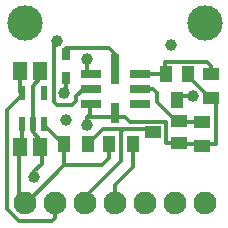
<source format=gbr>
G04 EAGLE Gerber RS-274X export*
G75*
%MOMM*%
%FSLAX34Y34*%
%LPD*%
%INTop Copper*%
%IPPOS*%
%AMOC8*
5,1,8,0,0,1.08239X$1,22.5*%
G01*
%ADD10R,1.670000X0.800000*%
%ADD11R,0.800000X1.670000*%
%ADD12R,0.800000X2.500000*%
%ADD13R,1.300000X1.500000*%
%ADD14C,1.000000*%
%ADD15C,3.000000*%
%ADD16R,0.550000X1.200000*%
%ADD17R,1.000000X1.400000*%
%ADD18R,1.400000X1.000000*%
%ADD19R,1.100000X1.400000*%
%ADD20R,1.400000X1.100000*%
%ADD21R,0.800000X1.000000*%
%ADD22C,1.930400*%
%ADD23C,0.304800*%
%ADD24C,1.008000*%


D10*
X80950Y134620D03*
X80950Y121920D03*
X80950Y109220D03*
D11*
X101600Y101270D03*
D10*
X122250Y109220D03*
X122250Y121920D03*
X122250Y134620D03*
D12*
X101600Y138420D03*
D13*
X20710Y137160D03*
X37710Y137160D03*
D14*
X59690Y95250D03*
D15*
X25400Y177800D03*
X177800Y177800D03*
D13*
X20710Y72390D03*
X37710Y72390D03*
D16*
X22250Y92409D03*
X31750Y92409D03*
X41250Y92409D03*
X41250Y118411D03*
X22250Y118411D03*
D17*
X153670Y112190D03*
X144170Y134190D03*
X163170Y134190D03*
D18*
X133780Y85090D03*
X155780Y94590D03*
X155780Y75590D03*
D19*
X78580Y74930D03*
X58580Y74930D03*
X96680Y74930D03*
X116680Y74930D03*
D20*
X182880Y114460D03*
X182880Y134460D03*
X175260Y93820D03*
X175260Y73820D03*
D21*
X59690Y150970D03*
X59690Y130970D03*
D22*
X25400Y25400D03*
X50800Y25400D03*
X76200Y25400D03*
X101600Y25400D03*
X127000Y25400D03*
X152400Y25400D03*
X177800Y25400D03*
D14*
X148590Y158750D03*
D23*
X31750Y92409D02*
X31750Y85090D01*
X38100Y78740D01*
X38100Y72390D02*
X37710Y72390D01*
X38100Y72390D02*
X38100Y78740D01*
X31750Y92409D02*
X31750Y124460D01*
X38100Y130810D01*
X37710Y137160D02*
X39370Y137160D01*
X38100Y135890D02*
X38100Y130810D01*
X38100Y135890D02*
X39370Y137160D01*
X38100Y72390D02*
X39370Y71120D01*
X39370Y58420D01*
X33020Y52070D01*
X33020Y46990D01*
X80010Y134620D02*
X80950Y134620D01*
X77470Y137160D02*
X77470Y147320D01*
X77470Y137160D02*
X80010Y134620D01*
D24*
X77470Y147320D03*
X33020Y46990D03*
D23*
X49530Y160020D02*
X52070Y162560D01*
X80950Y121920D02*
X83820Y121920D01*
X80950Y121920D02*
X74930Y121920D01*
X68580Y115570D01*
X68580Y111760D01*
X64770Y107950D01*
X49530Y110490D02*
X49530Y160020D01*
X52070Y107950D02*
X64770Y107950D01*
X52070Y107950D02*
X49530Y110490D01*
D24*
X52070Y162560D03*
D23*
X122250Y134620D02*
X140970Y134620D01*
X182880Y134460D02*
X182880Y140970D01*
X179070Y144780D01*
X143510Y144780D01*
X144170Y133960D02*
X144780Y133350D01*
X144170Y133960D02*
X144170Y134190D01*
X143510Y134620D02*
X143510Y135890D01*
X143510Y144780D01*
X143510Y134620D02*
X144170Y133960D01*
X142240Y135890D02*
X140970Y134620D01*
X142240Y135890D02*
X143510Y135890D01*
X133350Y121920D02*
X122250Y121920D01*
X133350Y121920D02*
X137160Y118110D01*
X137160Y110490D01*
X153670Y93980D01*
X154940Y93980D02*
X156210Y92710D01*
X155170Y93980D02*
X155780Y94590D01*
X155170Y93980D02*
X153670Y93980D01*
X156210Y93980D02*
X156210Y94160D01*
X155780Y94590D01*
X154940Y93980D02*
X154510Y94410D01*
X154940Y93980D02*
X156210Y93980D01*
X175260Y93980D02*
X175260Y93820D01*
X157480Y93980D02*
X156210Y92710D01*
X157480Y93980D02*
X175260Y93980D01*
X116680Y74930D02*
X116680Y55720D01*
X101600Y40640D01*
X101600Y25400D01*
X152830Y115570D02*
X167640Y115570D01*
X153670Y112190D02*
X153670Y111760D01*
X152830Y110920D02*
X152830Y115570D01*
X153670Y111760D02*
X152830Y110920D01*
D24*
X167640Y115570D03*
D23*
X76200Y25400D02*
X76200Y24130D01*
X109220Y87630D02*
X129540Y87630D01*
X129970Y87630D01*
X109220Y87630D02*
X106680Y85090D01*
X106680Y60960D01*
X76200Y30480D02*
X76200Y25400D01*
X76200Y30480D02*
X106680Y60960D01*
X78580Y74770D02*
X78580Y74930D01*
X78580Y74770D02*
X91440Y87630D01*
X109220Y87630D01*
X131240Y87630D02*
X133780Y85090D01*
X131240Y87630D02*
X129540Y87630D01*
X177800Y74930D02*
X178910Y74930D01*
X163170Y132740D02*
X163170Y134190D01*
X186690Y114300D02*
X186690Y74930D01*
X177960Y75090D02*
X177800Y74930D01*
X186690Y74930D01*
X20710Y118990D02*
X20710Y137160D01*
X20710Y118990D02*
X22250Y117450D01*
X101600Y101600D02*
X101600Y101270D01*
X156210Y74930D02*
X156210Y74750D01*
X144780Y93980D02*
X113970Y93980D01*
X155780Y74500D02*
X156210Y74930D01*
X22250Y117450D02*
X22250Y118411D01*
X22250Y117450D02*
X22860Y116840D01*
X10160Y104140D01*
X50800Y12700D02*
X48260Y10160D01*
X50800Y12700D02*
X50800Y25400D01*
X48260Y10160D02*
X20320Y10160D01*
X10160Y20320D02*
X10160Y104140D01*
X10160Y20320D02*
X20320Y10160D01*
X50800Y25400D02*
X53340Y27940D01*
X80010Y109220D02*
X80950Y109220D01*
X101600Y101270D02*
X101600Y99060D01*
X100330Y97790D02*
X77470Y97790D01*
X100330Y97790D02*
X101600Y99060D01*
X101600Y97790D02*
X101600Y101270D01*
X110160Y97790D02*
X113970Y93980D01*
X110160Y97790D02*
X101600Y97790D01*
X77470Y97790D02*
X77470Y91440D01*
X77470Y97790D02*
X80010Y100330D01*
X80010Y109220D01*
X182880Y114460D02*
X182880Y115570D01*
X180340Y115570D02*
X163170Y132740D01*
X180340Y115570D02*
X182880Y115570D01*
X182880Y114460D02*
X182880Y114300D01*
X186690Y114300D01*
X175260Y74930D02*
X175260Y73820D01*
X175260Y74930D02*
X177800Y74930D01*
X156210Y76200D02*
X155780Y76200D01*
X155780Y75590D01*
X144780Y76200D02*
X144780Y93980D01*
X144780Y76200D02*
X155780Y76200D01*
X155780Y74930D02*
X156210Y74930D01*
X155780Y74930D02*
X155780Y75590D01*
X156210Y74930D02*
X175260Y74930D01*
D24*
X77470Y91440D03*
D23*
X20710Y72390D02*
X20320Y72390D01*
X20320Y30480D02*
X25400Y25400D01*
X20320Y30480D02*
X20320Y72390D01*
X20710Y73660D02*
X17780Y73660D01*
X20710Y73660D02*
X20710Y72390D01*
X22250Y73660D02*
X22250Y92409D01*
X22250Y73660D02*
X20710Y73660D01*
X25400Y25400D02*
X26670Y25400D01*
X58580Y57310D02*
X58580Y74930D01*
X58420Y57150D02*
X26670Y25400D01*
X96680Y63660D02*
X96680Y74930D01*
X96680Y63660D02*
X90170Y57150D01*
X58580Y57310D02*
X58420Y57150D01*
X90170Y57150D01*
X58580Y74930D02*
X57150Y74930D01*
X41250Y90830D02*
X41250Y92409D01*
X41250Y90830D02*
X57150Y74930D01*
X101600Y138420D02*
X101600Y151130D01*
X96520Y156210D01*
X59690Y156210D01*
X59690Y150970D01*
X60960Y120650D02*
X58420Y118110D01*
X59690Y118110D01*
X59690Y130970D01*
D24*
X58420Y118110D03*
M02*

</source>
